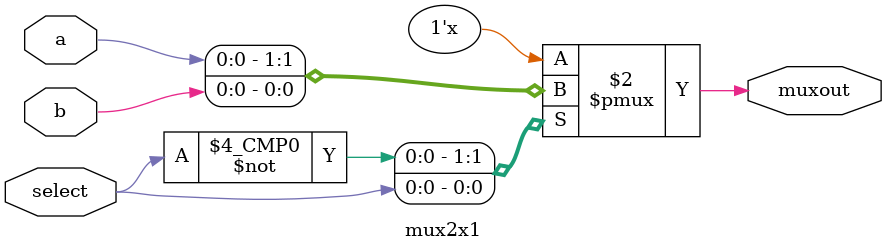
<source format=v>
/*
oscar
mux 2x1
*/

module mux2x1 (select, a, b, muxout);
	input select, a, b;
	output reg muxout;

	always @(*)
		case (select)
			0: muxout = a;
			1: muxout = b;
		endcase
	
endmodule
</source>
